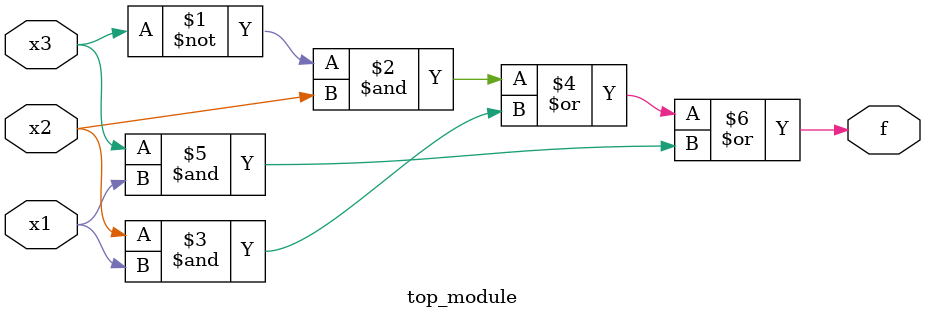
<source format=v>
module top_module( 
    input x3,
    input x2,
    input x1,  // three inputs
    output f   // one output
);
    assign f = (~x3 & x2) | (x2 & x1) | (x3 & x1);

    // assign f = (~x3 & x2 & ~x1) | // Row 2
    //            (~x3 & x2 &  x1) | // Row 3
    //            ( x3 & ~x2 &  x1) | // Row 5
    //            ( x3 &  x2 &  x1);  // Row 7
endmodule

</source>
